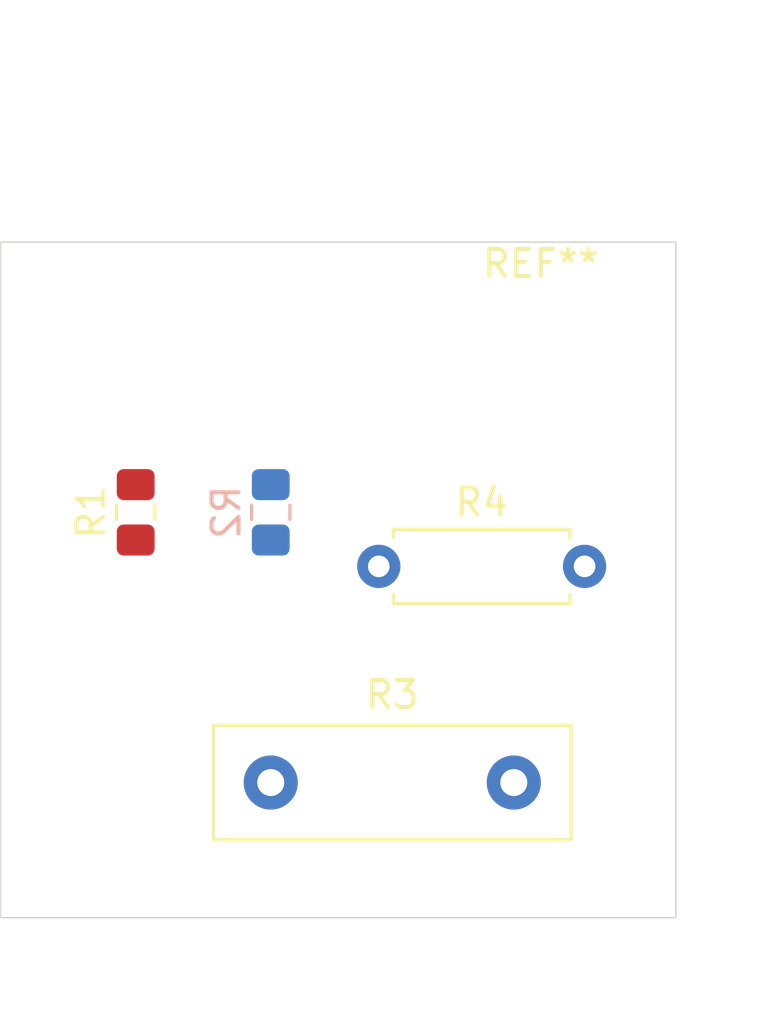
<source format=kicad_pcb>
(kicad_pcb (version 20240108) (generator "pcbnew") (generator_version "8.0")
  (layers (0 "F.Cu" signal) (31 "B.Cu" signal) (34 "B.Paste" user) (35 "F.Paste" user) (36 "B.SilkS" user "B.Silkscreen") (37 "F.SilkS" user "F.Silkscreen") (38 "B.Mask" user) (39 "F.Mask" user) (44 "Edge.Cuts" user))
  (net 0 "")
  (footprint "Resistor_SMD:R_0805_2012Metric_Pad1.15x1.40mm_HandSolder" (layer "F.Cu") (at 105 35 90)
    (property "Reference" "R1" (at 0 -1.65 90) (layer "F.SilkS"))
    (property "Value" "R_0805_2012Metric_Pad1.15x1.40mm_HandSolder")
    (fp_line (start -0.261252 -0.71) (end 0.261252 -0.71) (stroke (width 0.12)) (layer "F.SilkS"))
    (fp_line (start -0.261252 0.71) (end 0.261252 0.71) (stroke (width 0.12)) (layer "F.SilkS"))
    (pad "1" smd roundrect (at -1.025 0 90) (size 1.15 1.4) (layers "F.Cu" "F.Paste" "F.Mask") (roundrect_rratio 0.217391))
    (pad "2" smd roundrect (at 1.025 0 90) (size 1.15 1.4) (layers "F.Cu" "F.Paste" "F.Mask") (roundrect_rratio 0.217391))
  )
  (footprint "Resistor_THT:R_Box_L13.0mm_W4.0mm_P9.00mm" (layer "F.Cu") (at 110 45)
    (property "Reference" "R3" (at 4.5 -3.25 0) (layer "F.SilkS"))
    (property "Value" "R_Box_L13.0mm_W4.0mm_P9.00mm")
    (fp_line (start -2.12 -2.12) (end -2.12 2.12) (stroke (width 0.12)) (layer "F.SilkS"))
    (fp_line (start -2.12 -2.12) (end 11.12 -2.12) (stroke (width 0.12)) (layer "F.SilkS"))
    (fp_line (start -2.12 2.12) (end 11.12 2.12) (stroke (width 0.12)) (layer "F.SilkS"))
    (fp_line (start 11.12 -2.12) (end 11.12 2.12) (stroke (width 0.12)) (layer "F.SilkS"))
    (pad "1" thru_hole circle (at 0 0) (size 2 2) (drill 1) (layers "*.Cu" "*.Mask"))
    (pad "2" thru_hole circle (at 9 0) (size 2 2) (drill 1) (layers "*.Cu" "*.Mask"))
  )
  (footprint "MountingHole:MountingHole_2.1mm" (layer "F.Cu") (at 120 29)
    (property "Reference" "REF**" (at 0 -3.2 0) (layer "F.SilkS"))
    (property "Value" "MountingHole_2.1mm")
    (pad "" np_thru_hole circle (at 0 0) (size 2.1 2.1) (drill 2.1) (layers "*.Cu" "*.Mask"))
  )
  (footprint "Resistor_THT:R_Axial_DIN0207_L6.3mm_D2.5mm_P7.62mm_Horizontal" (layer "F.Cu") (at 114 37)
    (property "Reference" "R4" (at 3.81 -2.37 0) (layer "F.SilkS"))
    (property "Value" "0")
    (fp_line (start 0.54 -1.37) (end 7.08 -1.37) (stroke (width 0.12)) (layer "F.SilkS"))
    (fp_line (start 0.54 -1.04) (end 0.54 -1.37) (stroke (width 0.12)) (layer "F.SilkS"))
    (fp_line (start 0.54 1.04) (end 0.54 1.37) (stroke (width 0.12)) (layer "F.SilkS"))
    (fp_line (start 0.54 1.37) (end 7.08 1.37) (stroke (width 0.12)) (layer "F.SilkS"))
    (fp_line (start 7.08 -1.37) (end 7.08 -1.04) (stroke (width 0.12)) (layer "F.SilkS"))
    (fp_line (start 7.08 1.37) (end 7.08 1.04) (stroke (width 0.12)) (layer "F.SilkS"))
    (pad "1" thru_hole circle (at 0 0) (size 1.6 1.6) (drill 0.8) (layers "*.Cu" "*.Mask"))
    (pad "2" thru_hole oval (at 7.62 0) (size 1.6 1.6) (drill 0.8) (layers "*.Cu" "*.Mask"))
  )
  (footprint "Resistor_SMD:R_0805_2012Metric_Pad1.15x1.40mm_HandSolder" (layer "B.Cu") (at 110 35 -90)
    (property "Reference" "R2" (at 0 1.65 -90) (layer "B.SilkS") (effects (justify mirror)))
    (property "Value" "R_0805_2012Metric_Pad1.15x1.40mm_HandSolder")
    (fp_line (start -0.261252 0.71) (end 0.261252 0.71) (stroke (width 0.12)) (layer "B.SilkS"))
    (fp_line (start -0.261252 -0.71) (end 0.261252 -0.71) (stroke (width 0.12)) (layer "B.SilkS"))
    (pad "1" smd roundrect (at -1.025 0 270) (size 1.15 1.4) (layers "B.Cu" "B.Paste" "B.Mask") (roundrect_rratio 0.217391))
    (pad "2" smd roundrect (at 1.025 0 270) (size 1.15 1.4) (layers "B.Cu" "B.Paste" "B.Mask") (roundrect_rratio 0.217391))
  )
  (gr_line (start 100 25) (end 100 50) (stroke (width 0.05)) (layer "Edge.Cuts"))
  (gr_line (start 125 25) (end 125 50) (stroke (width 0.05)) (layer "Edge.Cuts"))
  (gr_line (start 100 25) (end 125 25) (stroke (width 0.05)) (layer "Edge.Cuts"))
  (gr_line (start 100 50) (end 125 50) (stroke (width 0.05)) (layer "Edge.Cuts"))
)
</source>
